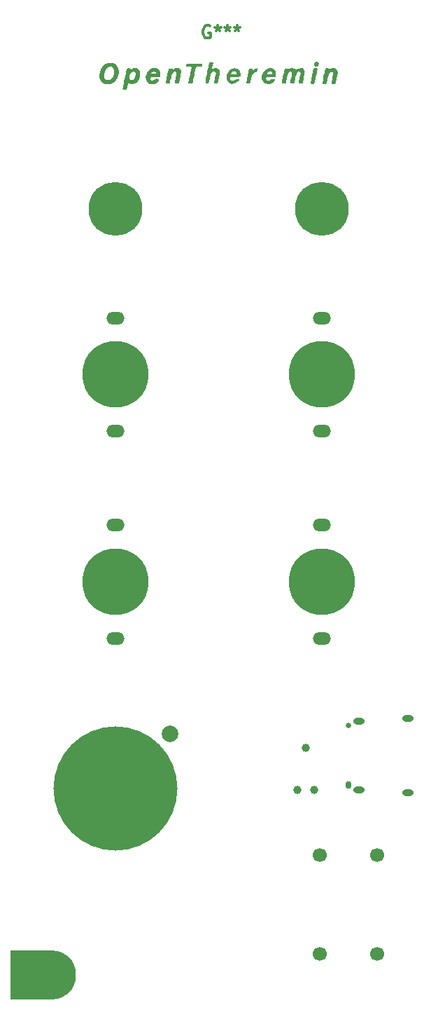
<source format=gbr>
G04 #@! TF.GenerationSoftware,KiCad,Pcbnew,6.0.11-2627ca5db0~126~ubuntu22.04.1*
G04 #@! TF.CreationDate,2023-08-06T14:10:24+02:00*
G04 #@! TF.ProjectId,OpenThereminV45,4f70656e-5468-4657-9265-6d696e563435,rev?*
G04 #@! TF.SameCoordinates,Original*
G04 #@! TF.FileFunction,Soldermask,Top*
G04 #@! TF.FilePolarity,Negative*
%FSLAX46Y46*%
G04 Gerber Fmt 4.6, Leading zero omitted, Abs format (unit mm)*
G04 Created by KiCad (PCBNEW 6.0.11-2627ca5db0~126~ubuntu22.04.1) date 2023-08-06 14:10:24*
%MOMM*%
%LPD*%
G01*
G04 APERTURE LIST*
%ADD10C,0.300000*%
%ADD11R,5.000000X6.000000*%
%ADD12C,6.000000*%
%ADD13C,15.000000*%
%ADD14C,6.500000*%
%ADD15O,2.200000X1.500000*%
%ADD16C,8.000000*%
%ADD17O,0.650000X0.950000*%
%ADD18C,0.650000*%
%ADD19O,1.400000X0.800000*%
%ADD20C,2.000000*%
%ADD21C,0.990600*%
%ADD22C,1.700000*%
G04 APERTURE END LIST*
D10*
X98957428Y-33653348D02*
X98812285Y-33580776D01*
X98594571Y-33580776D01*
X98376857Y-33653348D01*
X98231714Y-33798490D01*
X98159142Y-33943633D01*
X98086571Y-34233919D01*
X98086571Y-34451633D01*
X98159142Y-34741919D01*
X98231714Y-34887062D01*
X98376857Y-35032205D01*
X98594571Y-35104776D01*
X98739714Y-35104776D01*
X98957428Y-35032205D01*
X99030000Y-34959633D01*
X99030000Y-34451633D01*
X98739714Y-34451633D01*
X99900857Y-33580776D02*
X99900857Y-33943633D01*
X99538000Y-33798490D02*
X99900857Y-33943633D01*
X100263714Y-33798490D01*
X99683142Y-34233919D02*
X99900857Y-33943633D01*
X100118571Y-34233919D01*
X101062000Y-33580776D02*
X101062000Y-33943633D01*
X100699142Y-33798490D02*
X101062000Y-33943633D01*
X101424857Y-33798490D01*
X100844285Y-34233919D02*
X101062000Y-33943633D01*
X101279714Y-34233919D01*
X102223142Y-33580776D02*
X102223142Y-33943633D01*
X101860285Y-33798490D02*
X102223142Y-33943633D01*
X102586000Y-33798490D01*
X102005428Y-34233919D02*
X102223142Y-33943633D01*
X102440857Y-34233919D01*
G36*
X114090093Y-38743499D02*
G01*
X114267604Y-38855192D01*
X114373213Y-39010595D01*
X114401573Y-39115749D01*
X114401360Y-39205598D01*
X114385334Y-39353825D01*
X114356876Y-39543409D01*
X114319369Y-39757328D01*
X114276193Y-39978559D01*
X114230730Y-40190080D01*
X114186361Y-40374869D01*
X114146467Y-40515905D01*
X114114431Y-40596164D01*
X114105339Y-40606989D01*
X114035061Y-40626625D01*
X113918081Y-40637872D01*
X113875380Y-40638845D01*
X113744219Y-40627492D01*
X113677412Y-40588227D01*
X113666281Y-40567577D01*
X113663917Y-40500417D01*
X113677213Y-40368477D01*
X113703774Y-40189977D01*
X113741203Y-39983138D01*
X113746973Y-39953962D01*
X113786466Y-39740396D01*
X113816122Y-39548501D01*
X113833282Y-39398036D01*
X113835283Y-39308761D01*
X113834518Y-39303807D01*
X113808633Y-39231763D01*
X113750055Y-39201118D01*
X113652176Y-39195348D01*
X113547213Y-39202325D01*
X113463786Y-39230187D01*
X113395990Y-39289329D01*
X113337917Y-39390148D01*
X113283662Y-39543039D01*
X113227317Y-39758398D01*
X113162978Y-40046621D01*
X113159621Y-40062305D01*
X113113826Y-40261786D01*
X113069166Y-40430411D01*
X113030617Y-40550967D01*
X113003154Y-40606242D01*
X113002153Y-40606989D01*
X112932345Y-40626618D01*
X112815672Y-40637867D01*
X112772876Y-40638845D01*
X112643218Y-40628011D01*
X112576393Y-40589778D01*
X112562965Y-40565459D01*
X112563161Y-40504644D01*
X112578576Y-40376594D01*
X112606216Y-40197045D01*
X112643093Y-39981732D01*
X112686212Y-39746388D01*
X112732584Y-39506748D01*
X112779216Y-39278548D01*
X112823118Y-39077521D01*
X112861296Y-38919402D01*
X112890760Y-38819925D01*
X112898160Y-38802455D01*
X112964892Y-38753090D01*
X113080084Y-38728945D01*
X113210942Y-38730896D01*
X113324676Y-38759821D01*
X113370402Y-38789828D01*
X113419611Y-38824054D01*
X113481323Y-38819587D01*
X113584385Y-38773692D01*
X113594416Y-38768591D01*
X113773281Y-38699614D01*
X113934473Y-38695213D01*
X114090093Y-38743499D01*
G37*
G36*
X98006433Y-38271519D02*
G01*
X98000009Y-38407014D01*
X97971948Y-38491437D01*
X97906066Y-38536781D01*
X97786179Y-38555039D01*
X97619521Y-38558224D01*
X97450147Y-38560259D01*
X97346014Y-38569682D01*
X97287590Y-38591477D01*
X97255342Y-38630622D01*
X97244756Y-38653793D01*
X97224362Y-38723495D01*
X97190534Y-38862224D01*
X97146504Y-39055715D01*
X97095504Y-39289701D01*
X97040765Y-39549917D01*
X97030678Y-39598860D01*
X96976657Y-39860485D01*
X96927328Y-40096863D01*
X96885614Y-40294182D01*
X96854441Y-40438630D01*
X96836733Y-40516396D01*
X96835077Y-40522689D01*
X96806304Y-40565796D01*
X96738039Y-40588671D01*
X96610531Y-40596700D01*
X96562418Y-40597020D01*
X96429109Y-40595395D01*
X96338002Y-40591174D01*
X96311109Y-40586402D01*
X96319604Y-40543683D01*
X96343307Y-40429512D01*
X96379777Y-40255525D01*
X96426568Y-40033359D01*
X96481238Y-39774651D01*
X96518473Y-39598860D01*
X96576155Y-39321806D01*
X96626040Y-39072558D01*
X96665900Y-38863070D01*
X96693505Y-38705294D01*
X96706629Y-38611185D01*
X96706531Y-38590081D01*
X96657907Y-38574707D01*
X96547008Y-38563406D01*
X96396346Y-38558319D01*
X96371955Y-38558224D01*
X96197828Y-38553757D01*
X96095619Y-38531910D01*
X96052570Y-38480016D01*
X96055921Y-38385411D01*
X96083154Y-38271519D01*
X96093175Y-38240627D01*
X96111601Y-38217232D01*
X96149062Y-38200293D01*
X96216185Y-38188767D01*
X96323599Y-38181612D01*
X96481933Y-38177786D01*
X96701815Y-38176246D01*
X96993874Y-38175951D01*
X97057867Y-38175950D01*
X98007012Y-38175950D01*
X98006433Y-38271519D01*
G37*
G36*
X95136191Y-38752728D02*
G01*
X95284053Y-38807146D01*
X95379855Y-38892798D01*
X95394027Y-38921164D01*
X95417371Y-39054376D01*
X95415506Y-39257316D01*
X95389365Y-39518898D01*
X95339882Y-39828039D01*
X95301100Y-40023609D01*
X95184444Y-40575783D01*
X94941972Y-40588521D01*
X94842823Y-40594201D01*
X94772095Y-40591755D01*
X94727780Y-40569927D01*
X94707869Y-40517460D01*
X94710356Y-40423098D01*
X94733233Y-40275585D01*
X94774493Y-40063665D01*
X94813641Y-39868950D01*
X94859773Y-39631183D01*
X94888232Y-39462367D01*
X94900287Y-39348652D01*
X94897206Y-39276184D01*
X94880256Y-39231112D01*
X94872945Y-39221208D01*
X94771624Y-39156855D01*
X94646500Y-39163658D01*
X94514793Y-39238423D01*
X94452902Y-39299095D01*
X94408828Y-39351541D01*
X94372960Y-39404276D01*
X94341486Y-39469632D01*
X94310598Y-39559942D01*
X94276482Y-39687536D01*
X94235329Y-39864747D01*
X94183327Y-40103907D01*
X94137125Y-40320933D01*
X94083032Y-40575783D01*
X93840014Y-40588521D01*
X93703059Y-40593276D01*
X93630409Y-40584321D01*
X93601810Y-40554477D01*
X93596995Y-40502402D01*
X93605203Y-40436082D01*
X93627770Y-40302451D01*
X93661612Y-40117329D01*
X93703645Y-39896538D01*
X93750785Y-39655900D01*
X93799949Y-39411238D01*
X93848051Y-39178371D01*
X93892008Y-38973123D01*
X93915943Y-38866168D01*
X93936880Y-38812616D01*
X93982719Y-38783845D01*
X94075049Y-38772366D01*
X94191459Y-38770599D01*
X94342319Y-38776308D01*
X94422388Y-38795514D01*
X94445075Y-38829733D01*
X94460709Y-38859939D01*
X94518538Y-38847985D01*
X94602455Y-38808495D01*
X94773172Y-38750239D01*
X94958491Y-38732704D01*
X95136191Y-38752728D01*
G37*
G36*
X99218032Y-38009708D02*
G01*
X99301701Y-38019132D01*
X99321536Y-38028029D01*
X99313104Y-38076374D01*
X99290414Y-38188654D01*
X99257373Y-38345829D01*
X99233571Y-38456695D01*
X99197769Y-38631152D01*
X99172553Y-38771788D01*
X99161068Y-38859930D01*
X99162256Y-38880061D01*
X99206153Y-38872412D01*
X99297559Y-38833693D01*
X99345630Y-38809626D01*
X99533090Y-38747290D01*
X99731044Y-38739446D01*
X99910827Y-38784207D01*
X100019640Y-38854079D01*
X100084600Y-38931242D01*
X100125417Y-39025781D01*
X100142200Y-39149837D01*
X100135056Y-39315551D01*
X100104095Y-39535063D01*
X100049425Y-39820515D01*
X100029139Y-39917422D01*
X99889457Y-40575783D01*
X99644338Y-40588628D01*
X99507222Y-40593093D01*
X99436907Y-40584644D01*
X99415752Y-40558244D01*
X99421163Y-40524915D01*
X99437314Y-40456829D01*
X99466447Y-40322986D01*
X99504834Y-40140912D01*
X99548744Y-39928135D01*
X99562514Y-39860555D01*
X99681921Y-39272752D01*
X99578616Y-39188962D01*
X99446714Y-39130016D01*
X99302868Y-39152690D01*
X99163250Y-39247690D01*
X99118296Y-39292486D01*
X99082713Y-39340426D01*
X99051900Y-39405365D01*
X99021258Y-39501155D01*
X98986190Y-39641649D01*
X98942096Y-39840700D01*
X98898623Y-40044846D01*
X98786219Y-40575783D01*
X98587433Y-40588729D01*
X98388648Y-40601675D01*
X98388648Y-40390022D01*
X98397080Y-40304702D01*
X98420494Y-40150850D01*
X98456060Y-39942989D01*
X98500953Y-39695640D01*
X98552344Y-39423328D01*
X98607407Y-39140576D01*
X98663314Y-38861906D01*
X98717238Y-38601842D01*
X98766352Y-38374907D01*
X98807829Y-38195624D01*
X98838272Y-38080382D01*
X98870474Y-38035410D01*
X98945411Y-38012625D01*
X99083382Y-38006060D01*
X99091171Y-38006050D01*
X99218032Y-38009708D01*
G37*
G36*
X111934589Y-37965832D02*
G01*
X112042293Y-37994380D01*
X112082456Y-38024046D01*
X112103173Y-38102414D01*
X112094108Y-38222716D01*
X112062548Y-38350483D01*
X112015784Y-38451247D01*
X111985344Y-38483243D01*
X111908144Y-38505883D01*
X111792634Y-38514254D01*
X111672651Y-38509084D01*
X111582034Y-38491101D01*
X111555538Y-38473997D01*
X111545925Y-38403873D01*
X111557141Y-38287050D01*
X111583701Y-38157586D01*
X111620119Y-38049539D01*
X111625771Y-38037907D01*
X111692470Y-37988623D01*
X111806695Y-37964255D01*
X111934589Y-37965832D01*
G37*
G36*
X85606318Y-39231653D02*
G01*
X85710064Y-38904295D01*
X85870444Y-38623847D01*
X86080273Y-38396478D01*
X86332366Y-38228355D01*
X86619539Y-38125646D01*
X86934606Y-38094516D01*
X87266749Y-38140215D01*
X87488561Y-38235156D01*
X87662696Y-38388245D01*
X87790028Y-38587980D01*
X87871434Y-38822860D01*
X87907788Y-39081381D01*
X87899965Y-39352042D01*
X87848842Y-39623340D01*
X87755294Y-39883774D01*
X87620195Y-40121840D01*
X87444422Y-40326038D01*
X87228849Y-40484865D01*
X87083147Y-40552709D01*
X86834649Y-40624311D01*
X86581103Y-40660325D01*
X86353987Y-40657323D01*
X86266328Y-40641712D01*
X86047078Y-40547402D01*
X85846660Y-40389867D01*
X85691138Y-40190523D01*
X85669763Y-40151540D01*
X85612072Y-40024361D01*
X85579820Y-39903465D01*
X85566912Y-39756323D01*
X85566499Y-39632101D01*
X86143212Y-39632101D01*
X86170806Y-39858767D01*
X86252605Y-40026619D01*
X86386849Y-40132194D01*
X86571778Y-40172028D01*
X86589516Y-40172271D01*
X86743883Y-40156687D01*
X86889373Y-40118064D01*
X86917016Y-40106353D01*
X87049151Y-40003074D01*
X87173736Y-39827022D01*
X87177848Y-39819647D01*
X87235622Y-39707420D01*
X87271708Y-39607505D01*
X87291113Y-39493924D01*
X87298847Y-39340701D01*
X87300000Y-39186007D01*
X87292964Y-38949795D01*
X87266202Y-38784333D01*
X87211231Y-38676174D01*
X87119570Y-38611868D01*
X86982737Y-38577967D01*
X86911301Y-38569705D01*
X86771678Y-38565528D01*
X86665364Y-38593584D01*
X86547426Y-38666608D01*
X86533297Y-38676850D01*
X86381832Y-38818248D01*
X86272635Y-38997927D01*
X86195717Y-39234478D01*
X86171584Y-39350084D01*
X86143212Y-39632101D01*
X85566499Y-39632101D01*
X85566392Y-39599754D01*
X85606318Y-39231653D01*
G37*
G36*
X91488439Y-39014540D02*
G01*
X91684220Y-38863990D01*
X91786834Y-38810067D01*
X92010849Y-38721682D01*
X92203158Y-38692411D01*
X92392284Y-38721563D01*
X92570370Y-38791073D01*
X92720665Y-38874134D01*
X92812255Y-38962600D01*
X92856597Y-39044144D01*
X92890921Y-39169314D01*
X92911223Y-39329556D01*
X92917105Y-39498299D01*
X92908168Y-39648971D01*
X92884014Y-39754999D01*
X92867646Y-39781502D01*
X92798910Y-39806612D01*
X92650247Y-39823208D01*
X92419860Y-39831442D01*
X92272659Y-39832472D01*
X92027078Y-39834613D01*
X91856612Y-39844129D01*
X91751614Y-39865656D01*
X91702434Y-39903833D01*
X91699425Y-39963298D01*
X91732939Y-40048688D01*
X91750441Y-40083488D01*
X91813870Y-40175474D01*
X91898111Y-40210869D01*
X91970009Y-40214746D01*
X92148985Y-40173171D01*
X92250283Y-40106466D01*
X92355892Y-40035240D01*
X92469036Y-40009228D01*
X92574434Y-40010898D01*
X92697874Y-40025405D01*
X92759660Y-40055660D01*
X92782847Y-40113327D01*
X92783325Y-40116566D01*
X92759387Y-40217743D01*
X92674238Y-40334462D01*
X92545425Y-40450752D01*
X92390495Y-40550641D01*
X92234707Y-40615917D01*
X92056162Y-40662425D01*
X91920439Y-40676147D01*
X91792220Y-40657324D01*
X91673433Y-40619752D01*
X91459509Y-40502437D01*
X91303784Y-40328980D01*
X91209486Y-40107933D01*
X91179845Y-39847843D01*
X91218090Y-39557261D01*
X91240661Y-39474063D01*
X91281175Y-39372652D01*
X91816027Y-39372652D01*
X91854859Y-39389865D01*
X91957125Y-39402375D01*
X92101479Y-39407684D01*
X92115671Y-39407723D01*
X92415316Y-39407723D01*
X92401898Y-39290917D01*
X92384241Y-39216946D01*
X92337141Y-39179855D01*
X92235685Y-39163327D01*
X92203252Y-39160804D01*
X92062259Y-39163678D01*
X91962721Y-39204806D01*
X91917025Y-39242540D01*
X91847327Y-39317874D01*
X91816144Y-39370850D01*
X91816027Y-39372652D01*
X91281175Y-39372652D01*
X91345280Y-39212191D01*
X91488439Y-39014540D01*
G37*
G36*
X88730707Y-39424432D02*
G01*
X88788656Y-39176979D01*
X88838200Y-38977809D01*
X88876764Y-38837523D01*
X88901775Y-38766722D01*
X88906227Y-38760631D01*
X89005738Y-38731870D01*
X89143020Y-38731305D01*
X89277090Y-38755609D01*
X89363061Y-38797698D01*
X89441682Y-38841851D01*
X89493612Y-38823323D01*
X89566214Y-38784337D01*
X89682912Y-38739863D01*
X89726234Y-38726206D01*
X89854421Y-38697095D01*
X89962468Y-38703148D01*
X90095579Y-38745924D01*
X90249075Y-38822798D01*
X90354750Y-38925730D01*
X90419989Y-39069612D01*
X90452179Y-39269332D01*
X90459098Y-39478728D01*
X90455247Y-39679442D01*
X90440080Y-39825021D01*
X90408181Y-39945073D01*
X90354132Y-40069207D01*
X90349262Y-40079048D01*
X90206644Y-40294390D01*
X90021708Y-40468327D01*
X89811041Y-40591831D01*
X89591227Y-40655870D01*
X89378851Y-40651415D01*
X89324341Y-40637105D01*
X89208890Y-40594224D01*
X89126066Y-40553594D01*
X89116546Y-40546948D01*
X89079399Y-40528006D01*
X89049087Y-40546606D01*
X89019911Y-40614962D01*
X88986175Y-40745285D01*
X88953182Y-40897080D01*
X88915355Y-41055845D01*
X88876361Y-41185260D01*
X88844081Y-41259495D01*
X88841572Y-41262833D01*
X88771061Y-41297227D01*
X88652901Y-41315449D01*
X88523023Y-41315745D01*
X88417356Y-41296356D01*
X88393003Y-41284761D01*
X88381557Y-41254159D01*
X88382952Y-41180072D01*
X88398304Y-41055684D01*
X88428730Y-40874181D01*
X88475347Y-40628745D01*
X88539271Y-40312561D01*
X88599898Y-40021783D01*
X88650486Y-39786159D01*
X89189340Y-39786159D01*
X89195669Y-39950983D01*
X89241926Y-40086323D01*
X89330981Y-40173400D01*
X89356594Y-40184213D01*
X89486554Y-40190149D01*
X89632092Y-40140232D01*
X89728956Y-40073095D01*
X89795566Y-39982402D01*
X89861016Y-39845801D01*
X89892803Y-39753824D01*
X89932491Y-39535523D01*
X89917888Y-39359936D01*
X89854789Y-39235238D01*
X89748986Y-39169609D01*
X89606272Y-39171226D01*
X89505884Y-39207613D01*
X89381210Y-39302579D01*
X89284981Y-39443177D01*
X89220068Y-39610631D01*
X89189340Y-39786159D01*
X88650486Y-39786159D01*
X88666930Y-39709567D01*
X88730707Y-39424432D01*
G37*
G36*
X111764769Y-38731658D02*
G01*
X111874513Y-38751355D01*
X111937689Y-38782644D01*
X111941639Y-38789339D01*
X111940454Y-38849156D01*
X111922909Y-38976150D01*
X111892236Y-39154847D01*
X111851665Y-39369773D01*
X111804427Y-39605452D01*
X111753753Y-39846410D01*
X111702874Y-40077172D01*
X111655020Y-40282264D01*
X111613422Y-40446210D01*
X111581311Y-40553537D01*
X111566447Y-40586402D01*
X111493787Y-40625217D01*
X111380056Y-40640608D01*
X111258093Y-40633738D01*
X111160733Y-40605769D01*
X111123241Y-40570710D01*
X111125234Y-40514753D01*
X111142252Y-40391096D01*
X111171310Y-40215050D01*
X111209421Y-40001929D01*
X111253601Y-39767045D01*
X111300865Y-39525708D01*
X111348227Y-39293232D01*
X111392702Y-39084929D01*
X111431305Y-38916111D01*
X111461051Y-38802089D01*
X111475990Y-38761351D01*
X111533521Y-38734734D01*
X111640443Y-38725477D01*
X111764769Y-38731658D01*
G37*
G36*
X101174141Y-39107650D02*
G01*
X101339306Y-38933407D01*
X101413866Y-38880673D01*
X101665612Y-38768225D01*
X101925115Y-38732105D01*
X102176657Y-38773387D01*
X102289816Y-38820938D01*
X102467411Y-38950661D01*
X102578189Y-39125893D01*
X102626207Y-39353988D01*
X102628982Y-39436105D01*
X102628518Y-39571645D01*
X102618655Y-39667288D01*
X102586829Y-39729975D01*
X102520476Y-39766647D01*
X102407033Y-39784248D01*
X102233935Y-39789717D01*
X101988618Y-39789997D01*
X101399332Y-39789997D01*
X101399332Y-39898977D01*
X101423676Y-40035961D01*
X101484337Y-40161968D01*
X101543493Y-40224714D01*
X101660048Y-40256639D01*
X101802075Y-40231467D01*
X101938057Y-40155014D01*
X101942851Y-40151034D01*
X102051923Y-40080091D01*
X102179812Y-40049211D01*
X102285337Y-40044846D01*
X102424214Y-40054639D01*
X102491551Y-40088599D01*
X102488093Y-40153600D01*
X102414585Y-40256514D01*
X102319238Y-40357411D01*
X102100961Y-40521353D01*
X101852728Y-40614678D01*
X101591949Y-40633113D01*
X101378130Y-40588368D01*
X101257139Y-40527063D01*
X101139421Y-40439864D01*
X101135287Y-40436053D01*
X101012964Y-40267228D01*
X100946280Y-40054370D01*
X100932146Y-39814731D01*
X100967471Y-39565564D01*
X101019121Y-39412915D01*
X101508083Y-39412915D01*
X101535804Y-39435169D01*
X101611556Y-39446302D01*
X101750739Y-39449987D01*
X101824703Y-39450198D01*
X102162604Y-39450198D01*
X102162604Y-39331268D01*
X102139829Y-39207650D01*
X102063971Y-39137271D01*
X101923734Y-39111116D01*
X101885889Y-39110398D01*
X101708848Y-39147915D01*
X101576321Y-39256138D01*
X101512992Y-39375867D01*
X101508083Y-39412915D01*
X101019121Y-39412915D01*
X101049166Y-39324119D01*
X101174141Y-39107650D01*
G37*
G36*
X104656174Y-38735022D02*
G01*
X104674438Y-38769167D01*
X104668931Y-38850736D01*
X104650746Y-38958326D01*
X104623256Y-39091280D01*
X104589540Y-39165155D01*
X104530028Y-39204764D01*
X104434430Y-39232582D01*
X104249071Y-39317133D01*
X104091261Y-39458083D01*
X103993483Y-39620812D01*
X103966689Y-39711496D01*
X103930971Y-39858366D01*
X103892853Y-40034078D01*
X103881983Y-40088036D01*
X103840123Y-40300939D01*
X103808058Y-40444583D01*
X103776632Y-40532511D01*
X103736689Y-40578265D01*
X103679074Y-40595390D01*
X103594630Y-40597428D01*
X103537877Y-40597020D01*
X103411186Y-40591724D01*
X103327820Y-40578075D01*
X103308223Y-40565164D01*
X103316823Y-40515819D01*
X103340449Y-40396130D01*
X103376501Y-40218846D01*
X103422378Y-39996717D01*
X103475480Y-39742494D01*
X103492284Y-39662572D01*
X103675636Y-38791836D01*
X103910107Y-38779263D01*
X104043376Y-38774002D01*
X104110884Y-38782344D01*
X104131520Y-38812732D01*
X104124174Y-38873606D01*
X104123940Y-38874831D01*
X104126799Y-38956463D01*
X104160523Y-38983720D01*
X104203015Y-38943592D01*
X104210768Y-38925952D01*
X104265702Y-38867923D01*
X104370414Y-38804981D01*
X104492492Y-38753162D01*
X104599526Y-38728499D01*
X104610623Y-38728124D01*
X104656174Y-38735022D01*
G37*
G36*
X109099977Y-38756390D02*
G01*
X109235246Y-38816890D01*
X109298188Y-38881201D01*
X109334763Y-38905865D01*
X109405193Y-38890560D01*
X109527286Y-38831308D01*
X109531410Y-38829091D01*
X109714968Y-38759009D01*
X109910931Y-38730629D01*
X110095232Y-38743268D01*
X110243804Y-38796244D01*
X110309127Y-38851128D01*
X110364269Y-38934455D01*
X110398002Y-39030398D01*
X110410150Y-39152044D01*
X110400537Y-39312478D01*
X110368986Y-39524786D01*
X110315322Y-39802055D01*
X110295009Y-39899269D01*
X110152016Y-40575783D01*
X109910064Y-40588521D01*
X109811281Y-40594292D01*
X109741014Y-40592106D01*
X109697381Y-40570672D01*
X109678499Y-40518698D01*
X109682486Y-40424893D01*
X109707458Y-40277966D01*
X109751534Y-40066623D01*
X109791758Y-39878944D01*
X109913171Y-39309529D01*
X109816519Y-39212716D01*
X109700738Y-39142524D01*
X109581247Y-39156434D01*
X109478132Y-39236897D01*
X109445317Y-39303668D01*
X109400586Y-39437021D01*
X109348835Y-39620275D01*
X109294960Y-39836748D01*
X109270541Y-39944118D01*
X109131213Y-40575783D01*
X108890815Y-40588521D01*
X108787558Y-40593694D01*
X108715523Y-40588739D01*
X108672329Y-40561970D01*
X108655594Y-40501702D01*
X108662934Y-40396249D01*
X108691969Y-40233926D01*
X108740315Y-40003045D01*
X108756209Y-39928197D01*
X108797814Y-39724402D01*
X108831761Y-39543922D01*
X108854430Y-39406993D01*
X108862219Y-39335800D01*
X108825633Y-39231898D01*
X108736365Y-39159911D01*
X108625947Y-39141688D01*
X108593827Y-39149818D01*
X108507845Y-39199925D01*
X108435800Y-39287825D01*
X108372291Y-39425209D01*
X108311918Y-39623771D01*
X108249278Y-39895204D01*
X108249072Y-39896184D01*
X108205535Y-40102485D01*
X108166575Y-40285655D01*
X108136490Y-40425573D01*
X108119735Y-40501452D01*
X108098821Y-40554725D01*
X108053329Y-40583502D01*
X107961800Y-40595130D01*
X107840564Y-40597020D01*
X107583579Y-40597020D01*
X107614196Y-40458977D01*
X107632432Y-40373385D01*
X107664182Y-40220868D01*
X107706079Y-40017747D01*
X107754755Y-39780347D01*
X107800451Y-39556385D01*
X107956087Y-38791836D01*
X108182095Y-38778788D01*
X108316568Y-38778501D01*
X108416626Y-38791894D01*
X108448380Y-38806084D01*
X108517768Y-38818758D01*
X108601340Y-38787538D01*
X108756047Y-38738087D01*
X108931252Y-38728913D01*
X109099977Y-38756390D01*
G37*
G36*
X105338716Y-39290394D02*
G01*
X105449819Y-39122592D01*
X105596731Y-38964621D01*
X105755212Y-38839105D01*
X105896292Y-38769986D01*
X106144297Y-38727940D01*
X106383307Y-38740368D01*
X106594330Y-38802957D01*
X106758377Y-38911393D01*
X106814976Y-38978636D01*
X106866832Y-39071283D01*
X106896544Y-39174389D01*
X106909629Y-39315170D01*
X106911853Y-39456479D01*
X106911853Y-39789997D01*
X106344591Y-39789997D01*
X106084426Y-39792964D01*
X105899095Y-39803889D01*
X105778766Y-39825810D01*
X105713608Y-39861764D01*
X105693789Y-39914788D01*
X105708926Y-39986369D01*
X105779182Y-40110050D01*
X105880949Y-40208267D01*
X105986876Y-40255942D01*
X106004305Y-40257221D01*
X106098853Y-40230609D01*
X106208059Y-40165152D01*
X106225656Y-40151034D01*
X106324164Y-40084649D01*
X106436806Y-40052728D01*
X106589343Y-40044846D01*
X106718465Y-40050691D01*
X106804793Y-40065794D01*
X106827045Y-40081040D01*
X106800030Y-40151713D01*
X106732157Y-40255594D01*
X106643182Y-40366476D01*
X106552861Y-40458153D01*
X106526935Y-40479128D01*
X106350524Y-40568208D01*
X106129158Y-40621186D01*
X105896276Y-40634369D01*
X105685318Y-40604061D01*
X105616429Y-40579750D01*
X105455678Y-40471370D01*
X105321625Y-40312015D01*
X105240017Y-40133712D01*
X105233014Y-40102777D01*
X105218759Y-39909124D01*
X105234671Y-39684351D01*
X105275810Y-39466419D01*
X105297795Y-39404455D01*
X105809349Y-39404455D01*
X105847473Y-39427076D01*
X105945371Y-39442139D01*
X106078330Y-39449487D01*
X106221640Y-39448964D01*
X106350588Y-39440415D01*
X106440463Y-39423683D01*
X106466069Y-39408601D01*
X106466406Y-39341890D01*
X106428569Y-39248293D01*
X106369802Y-39165231D01*
X106343652Y-39142905D01*
X106221630Y-39108191D01*
X106079385Y-39137081D01*
X105944942Y-39223313D01*
X105933299Y-39234556D01*
X105855377Y-39322844D01*
X105812330Y-39391506D01*
X105809349Y-39404455D01*
X105297795Y-39404455D01*
X105337237Y-39293289D01*
X105338716Y-39290394D01*
G37*
D11*
X77250000Y-148250000D03*
D12*
X79750000Y-148250000D03*
D13*
X87500000Y-125750000D03*
D14*
X112500000Y-55750000D03*
X87500000Y-55750000D03*
D15*
X112500000Y-107600000D03*
X112500000Y-93900000D03*
D16*
X112500000Y-100750000D03*
D15*
X112500000Y-82600000D03*
X112500000Y-68900000D03*
D16*
X112500000Y-75750000D03*
D17*
X115690000Y-125350000D03*
D18*
X115690000Y-118150000D03*
D19*
X122890000Y-126240000D03*
X122890000Y-117260000D03*
X116940000Y-117620000D03*
X116940000Y-125880000D03*
D20*
X94100000Y-119150000D03*
D21*
X109525000Y-125892000D03*
X111557000Y-125892000D03*
X110541000Y-120812000D03*
D22*
X112200000Y-145750000D03*
X119200000Y-145750000D03*
X112200000Y-133750000D03*
X119200000Y-133750000D03*
D16*
X87500000Y-75750000D03*
D15*
X87500000Y-82600000D03*
X87500000Y-68900000D03*
D16*
X87500000Y-100750000D03*
D15*
X87500000Y-107600000D03*
X87500000Y-93900000D03*
M02*

</source>
